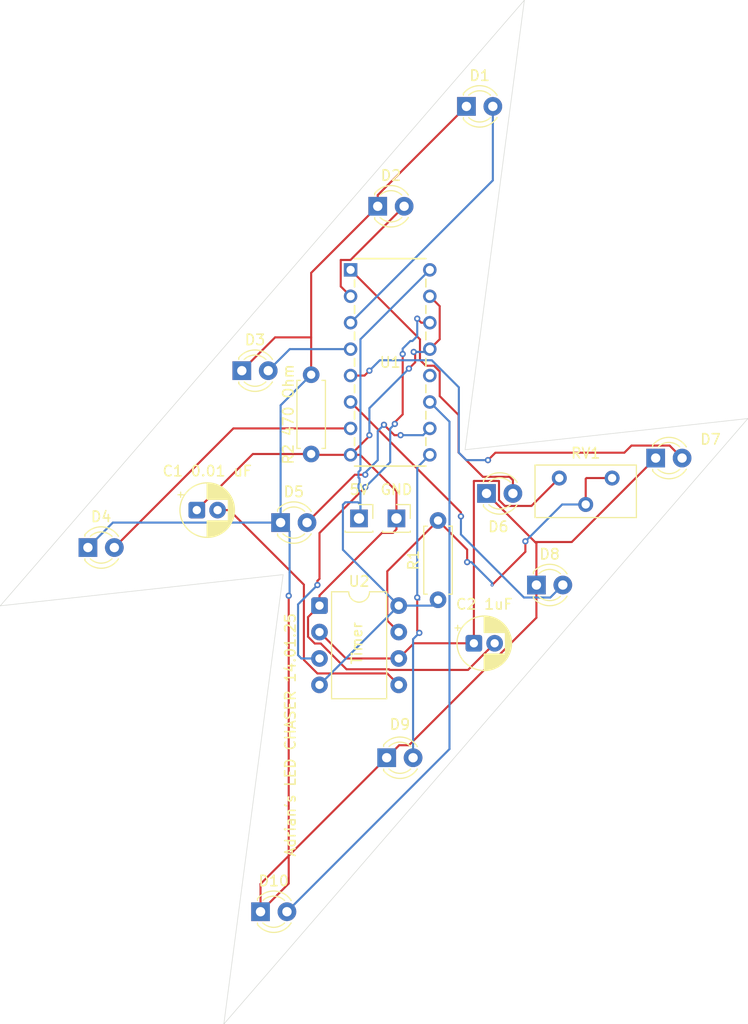
<source format=kicad_pcb>
(kicad_pcb (version 20241229) (generator "pcbnew") (generator_version "9.0")
  (layers (0 "F.Cu" signal) (2 "B.Cu" signal) (13 "F.Paste" user) (15 "B.Paste" user) (5 "F.SilkS" user "F.Silkscreen") (7 "B.SilkS" user "B.Silkscreen") (1 "F.Mask" user) (3 "B.Mask" user) (25 "Edge.Cuts" user))
  (net 0 "")
  (net 1 "Net-(U2-CV)")
  (net 2 "GND")
  (net 3 "TR")
  (net 4 "Net-(D1-K)")
  (net 5 "Net-(D1-A)")
  (net 6 "Net-(D2-A)")
  (net 7 "Net-(D3-A)")
  (net 8 "Net-(D4-A)")
  (net 9 "Net-(D5-A)")
  (net 10 "Net-(D6-A)")
  (net 11 "Net-(D7-A)")
  (net 12 "Net-(D8-A)")
  (net 13 "Net-(D9-A)")
  (net 14 "Net-(D10-A)")
  (net 15 "Net-(U2-DIS)")
  (net 16 "+5v")
  (net 18 "OUT")
  (footprint "Resistor_THT:R_Axial_DIN0207_L6.3mm_D2.5mm_P7.62mm_Horizontal" (layer "F.Cu") (at 161.2 119.62 90)
    (property "Reference" "R1" (at 3.81 -2.37 90) (layer "F.SilkS"))
    (property "Value" "1k")
    (pad "1" thru_hole circle (at 0 0 90) (size 1.6 1.6) (drill 0.8) (layers "*.Cu" "*.Mask") (net 16 "+5v"))
    (pad "2" thru_hole circle (at 7.62 0 90) (size 1.6 1.6) (drill 0.8) (layers "*.Cu" "*.Mask") (net 15 "Net-(U2-DIS)"))
  )
  (footprint "LED_THT:LED_D3.0mm" (layer "F.Cu") (at 142.33 97.6)
    (property "Reference" "D3" (at 1.27 -2.96 0) (layer "F.SilkS"))
    (property "Value" "LED")
    (pad "1" thru_hole rect (at 0 0) (size 1.8 1.8) (drill 0.9) (layers "*.Cu" "*.Mask") (net 4 "Net-(D1-K)"))
    (pad "2" thru_hole circle (at 2.54 0) (size 1.8 1.8) (drill 0.9) (layers "*.Cu" "*.Mask") (net 7 "Net-(D3-A)"))
  )
  (footprint "Capacitor_THT:CP_Radial_D5.0mm_P2.00mm" (layer "F.Cu") (at 138 111)
    (property "Reference" "C1 0.01 uF" (at 1 -3.75 0) (layer "F.SilkS"))
    (property "Value" "0.01 uF")
    (pad "1" thru_hole roundrect (at 0 0) (size 1.6 1.6) (drill 0.8) (layers "*.Cu" "*.Mask") (roundrect_rratio 0.15625) (net 2 "GND"))
    (pad "2" thru_hole circle (at 2 0) (size 1.6 1.6) (drill 0.8) (layers "*.Cu" "*.Mask") (net 1 "Net-(U2-CV)"))
  )
  (footprint "Potentiometer_THT:Potentiometer_Bourns_3296Y_Vertical" (layer "F.Cu") (at 177.94 107.92)
    (property "Reference" "RV1" (at -2.54 -2.39 0) (layer "F.SilkS"))
    (property "Value" "50K")
    (pad "1" thru_hole circle (at 0 0) (size 1.44 1.44) (drill 0.8) (layers "*.Cu" "*.Mask") (net 15 "Net-(U2-DIS)"))
    (pad "2" thru_hole circle (at -2.54 2.54) (size 1.44 1.44) (drill 0.8) (layers "*.Cu" "*.Mask") (net 15 "Net-(U2-DIS)"))
    (pad "3" thru_hole circle (at -5.08 0) (size 1.44 1.44) (drill 0.8) (layers "*.Cu" "*.Mask") (net 3 "TR"))
  )
  (footprint "Connector_PinSocket_2.54mm:PinSocket_1x01_P2.54mm_Vertical" (layer "F.Cu") (at 157.2 111.8)
    (property "Reference" "GND" (at 0 -2.77 0) (layer "F.SilkS"))
    (property "Value" "MountingHole_Pad" (hide yes))
    (pad "1" thru_hole rect (at 0 0) (size 1.7 1.7) (drill 1) (layers "*.Cu" "*.Mask") (net 2 "GND"))
  )
  (footprint "LED_THT:LED_D3.0mm" (layer "F.Cu") (at 182.13 106)
    (property "Reference" "D7" (at 5.27 -1.8 0) (layer "F.SilkS"))
    (property "Value" "LED")
    (pad "1" thru_hole rect (at 0 0) (size 1.8 1.8) (drill 0.9) (layers "*.Cu" "*.Mask") (net 4 "Net-(D1-K)"))
    (pad "2" thru_hole circle (at 2.54 0) (size 1.8 1.8) (drill 0.9) (layers "*.Cu" "*.Mask") (net 11 "Net-(D7-A)"))
  )
  (footprint "LED_THT:LED_D3.0mm" (layer "F.Cu") (at 165.86 109.4)
    (property "Reference" "D6" (at 1.14 3.2 0) (layer "F.SilkS"))
    (property "Value" "LED" (hide yes))
    (pad "1" thru_hole rect (at 0 0) (size 1.8 1.8) (drill 0.9) (layers "*.Cu" "*.Mask") (net 4 "Net-(D1-K)"))
    (pad "2" thru_hole circle (at 2.54 0) (size 1.8 1.8) (drill 0.9) (layers "*.Cu" "*.Mask") (net 10 "Net-(D6-A)"))
  )
  (footprint "Connector_PinSocket_2.54mm:PinSocket_1x01_P2.54mm_Vertical" (layer "F.Cu") (at 153.6 111.8)
    (property "Reference" "5V" (at 0 -2.77 0) (layer "F.SilkS"))
    (property "Value" "MountingHole_Pad" (hide yes))
    (pad "1" thru_hole rect (at 0 0) (size 1.7 1.7) (drill 1) (layers "*.Cu" "*.Mask") (net 16 "+5v"))
  )
  (footprint "LED_THT:LED_D3.0mm" (layer "F.Cu") (at 144.13 149.6)
    (property "Reference" "D10" (at 1.27 -2.96 0) (layer "F.SilkS"))
    (property "Value" "LED")
    (pad "1" thru_hole rect (at 0 0) (size 1.8 1.8) (drill 0.9) (layers "*.Cu" "*.Mask") (net 4 "Net-(D1-K)"))
    (pad "2" thru_hole circle (at 2.54 0) (size 1.8 1.8) (drill 0.9) (layers "*.Cu" "*.Mask") (net 14 "Net-(D10-A)"))
  )
  (footprint "LED_THT:LED_D3.0mm" (layer "F.Cu") (at 146.06 112.2)
    (property "Reference" "D5" (at 1.27 -2.96 0) (layer "F.SilkS"))
    (property "Value" "LED")
    (pad "1" thru_hole rect (at 0 0) (size 1.8 1.8) (drill 0.9) (layers "*.Cu" "*.Mask") (net 4 "Net-(D1-K)"))
    (pad "2" thru_hole circle (at 2.54 0) (size 1.8 1.8) (drill 0.9) (layers "*.Cu" "*.Mask") (net 9 "Net-(D5-A)"))
  )
  (footprint "LED_THT:LED_D3.0mm" (layer "F.Cu") (at 156.26 134.8)
    (property "Reference" "D9" (at 1.27 -3.2 0) (layer "F.SilkS"))
    (property "Value" "LED")
    (pad "1" thru_hole rect (at 0 0) (size 1.8 1.8) (drill 0.9) (layers "*.Cu" "*.Mask") (net 4 "Net-(D1-K)"))
    (pad "2" thru_hole circle (at 2.54 0) (size 1.8 1.8) (drill 0.9) (layers "*.Cu" "*.Mask") (net 13 "Net-(D9-A)"))
  )
  (footprint "LED_THT:LED_D3.0mm" (layer "F.Cu") (at 127.53 114.6)
    (property "Reference" "D4" (at 1.27 -2.96 0) (layer "F.SilkS"))
    (property "Value" "LED")
    (pad "1" thru_hole rect (at 0 0) (size 1.8 1.8) (drill 0.9) (layers "*.Cu" "*.Mask") (net 4 "Net-(D1-K)"))
    (pad "2" thru_hole circle (at 2.54 0) (size 1.8 1.8) (drill 0.9) (layers "*.Cu" "*.Mask") (net 8 "Net-(D4-A)"))
  )
  (footprint "Capacitor_THT:CP_Radial_D5.0mm_P2.00mm" (layer "F.Cu") (at 164.644888 123.8)
    (property "Reference" "C2 1uF" (at 1 -3.75 0) (layer "F.SilkS"))
    (property "Value" "1 uF")
    (pad "1" thru_hole roundrect (at 0 0) (size 1.6 1.6) (drill 0.8) (layers "*.Cu" "*.Mask") (roundrect_rratio 0.15625) (net 3 "TR"))
    (pad "2" thru_hole circle (at 2 0) (size 1.6 1.6) (drill 0.8) (layers "*.Cu" "*.Mask") (net 2 "GND"))
  )
  (footprint "Resistor_THT:R_Axial_DIN0207_L6.3mm_D2.5mm_P7.62mm_Horizontal" (layer "F.Cu") (at 149 97.99 -90)
    (property "Reference" "R2 470 Ohm" (at 3.81 2.2 90) (layer "F.SilkS"))
    (property "Value" "470")
    (pad "1" thru_hole circle (at 0 0 270) (size 1.6 1.6) (drill 0.8) (layers "*.Cu" "*.Mask") (net 4 "Net-(D1-K)"))
    (pad "2" thru_hole circle (at 7.62 0 270) (size 1.6 1.6) (drill 0.8) (layers "*.Cu" "*.Mask") (net 2 "GND"))
  )
  (footprint "LED_THT:LED_D3.0mm" (layer "F.Cu") (at 155.4 81.8)
    (property "Reference" "D2" (at 1.27 -2.96 0) (layer "F.SilkS"))
    (property "Value" "LED")
    (pad "1" thru_hole rect (at 0 0) (size 1.8 1.8) (drill 0.9) (layers "*.Cu" "*.Mask") (net 4 "Net-(D1-K)"))
    (pad "2" thru_hole circle (at 2.54 0) (size 1.8 1.8) (drill 0.9) (layers "*.Cu" "*.Mask") (net 6 "Net-(D2-A)"))
  )
  (footprint "Package_DIP:DIP-8_W7.62mm" (layer "F.Cu") (at 149.8 120.18)
    (property "Reference" "U2" (at 3.81 -2.33 0) (layer "F.SilkS"))
    (property "Value" "NE555P")
    (pad "1" thru_hole roundrect (at 0 0) (size 1.6 1.6) (drill 0.8) (layers "*.Cu" "*.Mask") (roundrect_rratio 0.15625) (net 2 "GND"))
    (pad "2" thru_hole circle (at 0 2.54) (size 1.6 1.6) (drill 0.8) (layers "*.Cu" "*.Mask") (net 3 "TR"))
    (pad "3" thru_hole circle (at 0 5.08) (size 1.6 1.6) (drill 0.8) (layers "*.Cu" "*.Mask") (net 18 "OUT"))
    (pad "4" thru_hole circle (at 0 7.62) (size 1.6 1.6) (drill 0.8) (layers "*.Cu" "*.Mask") (net 16 "+5v"))
    (pad "5" thru_hole circle (at 7.62 7.62) (size 1.6 1.6) (drill 0.8) (layers "*.Cu" "*.Mask") (net 1 "Net-(U2-CV)"))
    (pad "6" thru_hole circle (at 7.62 5.08) (size 1.6 1.6) (drill 0.8) (layers "*.Cu" "*.Mask") (net 3 "TR"))
    (pad "7" thru_hole circle (at 7.62 2.54) (size 1.6 1.6) (drill 0.8) (layers "*.Cu" "*.Mask") (net 15 "Net-(U2-DIS)"))
    (pad "8" thru_hole circle (at 7.62 0) (size 1.6 1.6) (drill 0.8) (layers "*.Cu" "*.Mask") (net 16 "+5v"))
  )
  (footprint "LED_THT:LED_D3.0mm" (layer "F.Cu") (at 163.93 72.2)
    (property "Reference" "D1" (at 1.27 -2.96 0) (layer "F.SilkS"))
    (property "Value" "LED")
    (pad "1" thru_hole rect (at 0 0) (size 1.8 1.8) (drill 0.9) (layers "*.Cu" "*.Mask") (net 4 "Net-(D1-K)"))
    (pad "2" thru_hole circle (at 2.54 0) (size 1.8 1.8) (drill 0.9) (layers "*.Cu" "*.Mask") (net 5 "Net-(D1-A)"))
  )
  (footprint "IC:N16" (layer "F.Cu") (at 152.79 87.91)
    (property "Reference" "U1" (at 3.81 8.89 0) (layer "F.SilkS"))
    (property "Value" "4017")
    (pad "1" thru_hole rect (at 0 0) (size 1.2954 1.2954) (drill 0.7874) (layers "*.Cu" "*.Mask") (net 10 "Net-(D6-A)"))
    (pad "2" thru_hole circle (at 0 2.54) (size 1.2954 1.2954) (drill 0.7874) (layers "*.Cu" "*.Mask") (net 6 "Net-(D2-A)"))
    (pad "3" thru_hole circle (at 0 5.08) (size 1.2954 1.2954) (drill 0.7874) (layers "*.Cu" "*.Mask") (net 5 "Net-(D1-A)"))
    (pad "4" thru_hole circle (at 0 7.62) (size 1.2954 1.2954) (drill 0.7874) (layers "*.Cu" "*.Mask") (net 7 "Net-(D3-A)"))
    (pad "5" thru_hole circle (at 0 10.16) (size 1.2954 1.2954) (drill 0.7874) (layers "*.Cu" "*.Mask") (net 11 "Net-(D7-A)"))
    (pad "6" thru_hole circle (at 0 12.7) (size 1.2954 1.2954) (drill 0.7874) (layers "*.Cu" "*.Mask") (net 12 "Net-(D8-A)"))
    (pad "7" thru_hole circle (at 0 15.24) (size 1.2954 1.2954) (drill 0.7874) (layers "*.Cu" "*.Mask") (net 8 "Net-(D4-A)"))
    (pad "8" thru_hole circle (at 0 17.78) (size 1.2954 1.2954) (drill 0.7874) (layers "*.Cu" "*.Mask") (net 2 "GND"))
    (pad "9" thru_hole circle (at 7.62 17.78) (size 1.2954 1.2954) (drill 0.7874) (layers "*.Cu" "*.Mask") (net 13 "Net-(D9-A)"))
    (pad "10" thru_hole circle (at 7.62 15.24) (size 1.2954 1.2954) (drill 0.7874) (layers "*.Cu" "*.Mask") (net 9 "Net-(D5-A)"))
    (pad "11" thru_hole circle (at 7.62 12.7) (size 1.2954 1.2954) (drill 0.7874) (layers "*.Cu" "*.Mask") (net 14 "Net-(D10-A)"))
    (pad "12" thru_hole circle (at 7.62 10.16) (size 1.2954 1.2954) (drill 0.7874) (layers "*.Cu" "*.Mask"))
    (pad "13" thru_hole circle (at 7.62 7.62) (size 1.2954 1.2954) (drill 0.7874) (layers "*.Cu" "*.Mask") (net 2 "GND"))
    (pad "14" thru_hole circle (at 7.62 5.08) (size 1.2954 1.2954) (drill 0.7874) (layers "*.Cu" "*.Mask") (net 18 "OUT"))
    (pad "15" thru_hole circle (at 7.62 2.54) (size 1.2954 1.2954) (drill 0.7874) (layers "*.Cu" "*.Mask") (net 2 "GND"))
    (pad "16" thru_hole circle (at 7.62 0) (size 1.2954 1.2954) (drill 0.7874) (layers "*.Cu" "*.Mask") (net 16 "+5v"))
  )
  (footprint "LED_THT:LED_D3.0mm" (layer "F.Cu") (at 170.66 118.2)
    (property "Reference" "D8" (at 1.27 -2.96 0) (layer "F.SilkS"))
    (property "Value" "LED")
    (pad "1" thru_hole rect (at 0 0) (size 1.8 1.8) (drill 0.9) (layers "*.Cu" "*.Mask") (net 4 "Net-(D1-K)"))
    (pad "2" thru_hole circle (at 2.54 0) (size 1.8 1.8) (drill 0.9) (layers "*.Cu" "*.Mask") (net 12 "Net-(D8-A)"))
  )
  (gr_line (start 191 102.2) (end 163.8 105.2) (stroke (width 0.05)) (layer "Edge.Cuts"))
  (gr_line (start 146.3 117.2) (end 140.6 160.4) (stroke (width 0.05)) (layer "Edge.Cuts"))
  (gr_line (start 140.6 160.4) (end 191 102.2) (stroke (width 0.05)) (layer "Edge.Cuts"))
  (gr_line (start 163.8 105.2) (end 169.5 62) (stroke (width 0.05)) (layer "Edge.Cuts"))
  (gr_line (start 119.1 120.2) (end 146.3 117.2) (stroke (width 0.05)) (layer "Edge.Cuts"))
  (gr_line (start 169.5 62) (end 119.1 120.2) (stroke (width 0.05)) (layer "Edge.Cuts"))
  (gr_text "Adrian's LED CHASER 14.01.25\n\n" (at 147.8 132.6 90) (layer "F.SilkS") (effects (font (size 1 1))))
  (gr_text "Timer\n" (at 153.4 123.8 90) (layer "F.SilkS") (effects (font (size 1 1))))
  (segment (start 149.6 126.699) (end 156.319 126.699) (width 0.2) (layer "F.Cu") (net 1))
  (segment (start 140 111) (end 141.13137 111) (width 0.2) (layer "F.Cu") (net 1))
  (segment (start 148.298 125.397) (end 149.6 126.699) (width 0.2) (layer "F.Cu") (net 1))
  (segment (start 148.298 118.16663) (end 148.298 125.397) (width 0.2) (layer "F.Cu") (net 1))
  (segment (start 141.13137 111) (end 148.298 118.16663) (width 0.2) (layer "F.Cu") (net 1))
  (segment (start 156.319 126.699) (end 157.42 127.8) (width 0.2) (layer "F.Cu") (net 1))
  (segment (start 148.699 123.17605) (end 148.699 121.281) (width 0.2) (layer "F.Cu") (net 2))
  (segment (start 152.79 105.69) (end 154.6 103.88) (width 0.2) (layer "F.Cu") (net 2))
  (segment (start 154.6 103.88) (end 154.6 103.8) (width 0.2) (layer "F.Cu") (net 2))
  (segment (start 138 111) (end 143.39 105.61) (width 0.2) (layer "F.Cu") (net 2))
  (segment (start 143.39 105.61) (end 149 105.61) (width 0.2) (layer "F.Cu") (net 2))
  (segment (start 152.79 105.69) (end 149.08 105.69) (width 0.2) (layer "F.Cu") (net 2))
  (segment (start 158.4 97.4) (end 159 96.8) (width 0.2) (layer "F.Cu") (net 2))
  (segment (start 152.39605 126.299) (end 149.91805 123.821) (width 0.2) (layer "F.Cu") (net 2))
  (segment (start 166.644888 123.8) (end 164.083888 126.361) (width 0.2) (layer "F.Cu") (net 2))
  (segment (start 153.705986 105.69) (end 152.79 105.69) (width 0.2) (layer "F.Cu") (net 2))
  (segment (start 160.41 90.45) (end 161.3587 91.3987) (width 0.2) (layer "F.Cu") (net 2))
  (segment (start 157.2 109.184014) (end 153.705986 105.69) (width 0.2) (layer "F.Cu") (net 2))
  (segment (start 157.2 111.8) (end 157.2 112.85) (width 0.2) (layer "F.Cu") (net 2))
  (segment (start 149.91805 123.821) (end 149.34395 123.821) (width 0.2) (layer "F.Cu") (net 2))
  (segment (start 159 95.8) (end 158.8613 95.8) (width 0.2) (layer "F.Cu") (net 2))
  (segment (start 159 96.8) (end 159 95.8) (width 0.2) (layer "F.Cu") (net 2))
  (segment (start 149.08 105.69) (end 149 105.61) (width 0.2) (layer "F.Cu") (net 2))
  (segment (start 155.807537 113.192463) (end 149.8 119.2) (width 0.2) (layer "F.Cu") (net 2))
  (segment (start 164.083888 126.361) (end 156.546685 126.361) (width 0.2) (layer "F.Cu") (net 2))
  (segment (start 148.699 121.281) (end 149.8 120.18) (width 0.2) (layer "F.Cu") (net 2))
  (segment (start 157.2 112.85) (end 156.857537 113.192463) (width 0.2) (layer "F.Cu") (net 2))
  (segment (start 156.546685 126.361) (end 156.484685 126.299) (width 0.2) (layer "F.Cu") (net 2))
  (segment (start 156.484685 126.299) (end 152.39605 126.299) (width 0.2) (layer "F.Cu") (net 2))
  (segment (start 149.34395 123.821) (end 148.699 123.17605) (width 0.2) (layer "F.Cu") (net 2))
  (segment (start 161.3587 94.5813) (end 160.41 95.53) (width 0.2) (layer "F.Cu") (net 2))
  (segment (start 157.2 111.8) (end 157.2 109.184014) (width 0.2) (layer "F.Cu") (net 2))
  (segment (start 161.3587 91.3987) (end 161.3587 94.5813) (width 0.2) (layer "F.Cu") (net 2))
  (segment (start 149.8 119.2) (end 149.8 120.18) (width 0.2) (layer "F.Cu") (net 2))
  (segment (start 156.857537 113.192463) (end 155.807537 113.192463) (width 0.2) (layer "F.Cu") (net 2))
  (via (at 158.4 97.4) (size 0.6) (drill 0.3) (layers "F.Cu" "B.Cu") (net 2))
  (via (at 154.6 103.8) (size 0.6) (drill 0.3) (layers "F.Cu" "B.Cu") (net 2))
  (via (at 158.8613 95.8) (size 0.6) (drill 0.3) (layers "F.Cu" "B.Cu") (net 2))
  (segment (start 154.6 103.8) (end 154.6 101.2) (width 0.2) (layer "B.Cu") (net 2))
  (segment (start 160.14 95.8) (end 160.41 95.53) (width 0.2) (layer "B.Cu") (net 2))
  (segment (start 154.6 101.2) (end 158.4 97.4) (width 0.2) (layer "B.Cu") (net 2))
  (segment (start 158.8613 95.8) (end 160.14 95.8) (width 0.2) (layer "B.Cu") (net 2))
  (segment (start 164.644888 123.8) (end 158.88 123.8) (width 0.2) (layer "F.Cu") (net 3))
  (segment (start 167.061 108.199) (end 164.659 108.199) (width 0.2) (layer "F.Cu") (net 3))
  (segment (start 158.88 123.8) (end 157.42 125.26) (width 0.2) (layer "F.Cu") (net 3))
  (segment (start 164.644888 108.213112) (end 164.644888 123.8) (width 0.2) (layer "F.Cu") (net 3))
  (segment (start 167.625686 110.6) (end 167.061 110.035314) (width 0.2) (layer "F.Cu") (net 3))
  (segment (start 157.42 125.26) (end 152.34 125.26) (width 0.2) (layer "F.Cu") (net 3))
  (segment (start 164.659 108.199) (end 164.644888 108.213112) (width 0.2) (layer "F.Cu") (net 3))
  (segment (start 152.34 125.26) (end 149.8 122.72) (width 0.2) (layer "F.Cu") (net 3))
  (segment (start 172.86 107.92) (end 170.18 110.6) (width 0.2) (layer "F.Cu") (net 3))
  (segment (start 170.18 110.6) (end 167.625686 110.6) (width 0.2) (layer "F.Cu") (net 3))
  (segment (start 167.061 110.035314) (end 167.061 108.199) (width 0.2) (layer "F.Cu") (net 3))
  (segment (start 163.93 72.2) (end 155.4 80.73) (width 0.2) (layer "F.Cu") (net 4))
  (segment (start 170.53 114.07) (end 165.86 109.4) (width 0.2) (layer "F.Cu") (net 4))
  (segment (start 174.06 114.07) (end 170.53 114.07) (width 0.2) (layer "F.Cu") (net 4))
  (segment (start 170.66 118.2) (end 170.66 121.341938) (width 0.2) (layer "F.Cu") (net 4))
  (segment (start 155.4 80.73) (end 155.4 81.8) (width 0.2) (layer "F.Cu") (net 4))
  (segment (start 170.66 114.2) (end 170.53 114.07) (width 0.2) (layer "F.Cu") (net 4))
  (segment (start 155.4 81.8) (end 149 88.2) (width 0.2) (layer "F.Cu") (net 4))
  (segment (start 149 94.4) (end 149 97.99) (width 0.2) (layer "F.Cu") (net 4))
  (segment (start 145.53 94.4) (end 149 94.4) (width 0.2) (layer "F.Cu") (net 4))
  (segment (start 144.13 149.6) (end 146.838886 146.891114) (width 0.2) (layer "F.Cu") (net 4))
  (segment (start 182.13 106) (end 174.06 114.07) (width 0.2) (layer "F.Cu") (net 4))
  (segment (start 170.66 121.341938) (end 158.402938 133.599) (width 0.2) (layer "F.Cu") (net 4))
  (segment (start 157.461 133.599) (end 156.26 134.8) (width 0.2) (layer "F.Cu") (net 4))
  (segment (start 146.838886 146.891114) (end 146.838886 119.23152) (width 0.2) (layer "F.Cu") (net 4))
  (segment (start 142.33 97.6) (end 145.53 94.4) (width 0.2) (layer "F.Cu") (net 4))
  (segment (start 170.66 118.2) (end 170.66 114.2) (width 0.2) (layer "F.Cu") (net 4))
  (segment (start 144.13 146.93) (end 156.26 134.8) (width 0.2) (layer "F.Cu") (net 4))
  (segment (start 158.402938 133.599) (end 157.461 133.599) (width 0.2) (layer "F.Cu") (net 4))
  (segment (start 144.13 149.6) (end 144.13 146.93) (width 0.2) (layer "F.Cu") (net 4))
  (segment (start 149 88.2) (end 149 94.4) (width 0.2) (layer "F.Cu") (net 4))
  (via (at 146.838886 119.23152) (size 0.6) (drill 0.3) (layers "F.Cu" "B.Cu") (net 4))
  (segment (start 146.838886 119.23152) (end 146.924668 119.145738) (width 0.2) (layer "B.Cu") (net 4))
  (segment (start 146.06 100.93) (end 146.06 112.2) (width 0.2) (layer "B.Cu") (net 4))
  (segment (start 127.53 114.6) (end 129.93 112.2) (width 0.2) (layer "B.Cu") (net 4))
  (segment (start 146.924668 119.145738) (end 146.924668 113.064668) (width 0.2) (layer "B.Cu") (net 4))
  (segment (start 129.93 112.2) (end 146.06 112.2) (width 0.2) (layer "B.Cu") (net 4))
  (segment (start 149 97.99) (end 146.06 100.93) (width 0.2) (layer "B.Cu") (net 4))
  (segment (start 146.924668 113.064668) (end 146.06 112.2) (width 0.2) (layer "B.Cu") (net 4))
  (segment (start 166.47 79.31) (end 152.79 92.99) (width 0.2) (layer "B.Cu") (net 5))
  (segment (start 166.47 72.2) (end 166.47 79.31) (width 0.2) (layer "B.Cu") (net 5))
  (segment (start 152.7787 86.9613) (end 157.94 81.8) (width 0.2) (layer "F.Cu") (net 6))
  (segment (start 151.8413 86.9613) (end 152.7787 86.9613) (width 0.2) (layer "F.Cu") (net 6))
  (segment (start 152.79 90.45) (end 151.8413 89.5013) (width 0.2) (layer "F.Cu") (net 6))
  (segment (start 151.8413 89.5013) (end 151.8413 86.9613) (width 0.2) (layer "F.Cu") (net 6))
  (segment (start 146.94 95.53) (end 144.87 97.6) (width 0.2) (layer "B.Cu") (net 7))
  (segment (start 152.79 95.53) (end 146.94 95.53) (width 0.2) (layer "B.Cu") (net 7))
  (segment (start 130.07 114.6) (end 141.52 103.15) (width 0.2) (layer "F.Cu") (net 8))
  (segment (start 141.52 103.15) (end 152.79 103.15) (width 0.2) (layer "F.Cu") (net 8))
  (segment (start 157.6 103.8) (end 157 103.8) (width 0.2) (layer "F.Cu") (net 9))
  (segment (start 153.2 107.6) (end 148.6 112.2) (width 0.2) (layer "F.Cu") (net 9))
  (segment (start 156 102.8) (end 157 103.8) (width 0.2) (layer "F.Cu") (net 9))
  (segment (start 154.2 107.6) (end 153.2 107.6) (width 0.2) (layer "F.Cu") (net 9))
  (via (at 154.2 107.6) (size 0.6) (drill 0.3) (layers "F.Cu" "B.Cu") (net 9))
  (via (at 156 102.8) (size 0.6) (drill 0.3) (layers "F.Cu" "B.Cu") (net 9))
  (via (at 157.6 103.8) (size 0.6) (drill 0.3) (layers "F.Cu" "B.Cu") (net 9))
  (segment (start 159.76 103.8) (end 157.6 103.8) (width 0.2) (layer "B.Cu") (net 9))
  (segment (start 155 106.6) (end 154.2 107.4) (width 0.2) (layer "B.Cu") (net 9))
  (segment (start 155.4 103.4) (end 155.4 106.2) (width 0.2) (layer "B.Cu") (net 9))
  (segment (start 155.4 106.2) (end 155 106.6) (width 0.2) (layer "B.Cu") (net 9))
  (segment (start 156 102.8) (end 155.4 103.4) (width 0.2) (layer "B.Cu") (net 9))
  (segment (start 160.41 103.15) (end 159.76 103.8) (width 0.2) (layer "B.Cu") (net 9))
  (segment (start 154.2 107.4) (end 154.2 107.6) (width 0.2) (layer "B.Cu") (net 9))
  (segment (start 161.3587 100.04327) (end 163.1716 101.85617) (width 0.2) (layer "F.Cu") (net 10))
  (segment (start 160.017035 97.1213) (end 160.802965 97.1213) (width 0.2) (layer "F.Cu") (net 10))
  (segment (start 160.802965 97.1213) (end 161.3587 97.677035) (width 0.2) (layer "F.Cu") (net 10))
  (segment (start 152.79 87.91) (end 159.4613 94.5813) (width 0.2) (layer "F.Cu") (net 10))
  (segment (start 163.1716 105.460292) (end 165.510308 107.799) (width 0.2) (layer "F.Cu") (net 10))
  (segment (start 165.510308 107.799) (end 168.071792 107.799) (width 0.2) (layer "F.Cu") (net 10))
  (segment (start 159.4613 94.5813) (end 159.4613 96.565565) (width 0.2) (layer "F.Cu") (net 10))
  (segment (start 159.4613 96.565565) (end 160.017035 97.1213) (width 0.2) (layer "F.Cu") (net 10))
  (segment (start 168.071792 107.799) (end 168.4 108.127208) (width 0.2) (layer "F.Cu") (net 10))
  (segment (start 168.4 108.127208) (end 168.4 109.4) (width 0.2) (layer "F.Cu") (net 10))
  (segment (start 163.1716 101.85617) (end 163.1716 105.460292) (width 0.2) (layer "F.Cu") (net 10))
  (segment (start 161.3587 97.677035) (end 161.3587 100.04327) (width 0.2) (layer "F.Cu") (net 10))
  (segment (start 166.717095 105.482905) (end 166 106.2) (width 0.2) (layer "F.Cu") (net 11))
  (segment (start 184.67 106) (end 183.469 104.799) (width 0.2) (layer "F.Cu") (net 11))
  (segment (start 183.469 104.799) (end 179.801 104.799) (width 0.2) (layer "F.Cu") (net 11))
  (segment (start 179.117095 105.482905) (end 166.717095 105.482905) (width 0.2) (layer "F.Cu") (net 11))
  (segment (start 179.801 104.799) (end 179.117095 105.482905) (width 0.2) (layer "F.Cu") (net 11))
  (segment (start 154.13 98.07) (end 152.79 98.07) (width 0.2) (layer "F.Cu") (net 11))
  (segment (start 154.6 97.6) (end 154.13 98.07) (width 0.2) (layer "F.Cu") (net 11))
  (via (at 166 106.2) (size 0.6) (drill 0.3) (layers "F.Cu" "B.Cu") (net 11))
  (via (at 154.6 97.6) (size 0.6) (drill 0.3) (layers "F.Cu" "B.Cu") (net 11))
  (segment (start 163.2 105.483415) (end 163.2 99.2) (width 0.2) (layer "B.Cu") (net 11))
  (segment (start 166 106.2) (end 163.916585 106.2) (width 0.2) (layer "B.Cu") (net 11))
  (segment (start 155.6 96.6) (end 154.6 97.6) (width 0.2) (layer "B.Cu") (net 11))
  (segment (start 160.6 96.6) (end 155.6 96.6) (width 0.2) (layer "B.Cu") (net 11))
  (segment (start 163.916585 106.2) (end 163.2 105.483415) (width 0.2) (layer "B.Cu") (net 11))
  (segment (start 163.2 99.2) (end 160.6 96.6) (width 0.2) (layer "B.Cu") (net 11))
  (segment (start 152.79 100.61) (end 163.4 111.22) (width 0.2) (layer "F.Cu") (net 12))
  (segment (start 163.4 111.22) (end 163.4 111.6) (width 0.2) (layer "F.Cu") (net 12))
  (via (at 163.4 111.6) (size 0.6) (drill 0.3) (layers "F.Cu" "B.Cu") (net 12))
  (segment (start 163.4 113.342) (end 169.459 119.401) (width 0.2) (layer "B.Cu") (net 12))
  (segment (start 169.459 119.401) (end 171.999 119.401) (width 0.2) (layer "B.Cu") (net 12))
  (segment (start 171.999 119.401) (end 173.2 118.2) (width 0.2) (layer "B.Cu") (net 12))
  (segment (start 163.4 111.6) (end 163.4 113.342) (width 0.2) (layer "B.Cu") (net 12))
  (segment (start 159.2 122.6) (end 159.2 119.4) (width 0.2) (layer "F.Cu") (net 13))
  (segment (start 159.4 122.8) (end 159.2 122.6) (width 0.2) (layer "F.Cu") (net 13))
  (via (at 159.2 119.4) (size 0.6) (drill 0.3) (layers "F.Cu" "B.Cu") (net 13))
  (via (at 159.4 122.8) (size 0.6) (drill 0.3) (layers "F.Cu" "B.Cu") (net 13))
  (segment (start 159.4 122.8) (end 158.8 123.4) (width 0.2) (layer "B.Cu") (net 13))
  (segment (start 159.2 106.9) (end 159.2 119.4) (width 0.2) (layer "B.Cu") (net 13))
  (segment (start 158.8 123.4) (end 158.8 134.8) (width 0.2) (layer "B.Cu") (net 13))
  (segment (start 159.2 119.4) (end 159.4 119.6) (width 0.2) (layer "B.Cu") (net 13))
  (segment (start 160.41 105.69) (end 159.2 106.9) (width 0.2) (layer "B.Cu") (net 13))
  (segment (start 162.301 102.501) (end 160.41 100.61) (width 0.2) (layer "B.Cu") (net 14))
  (segment (start 146.67 149.6) (end 162.301 133.969) (width 0.2) (layer "B.Cu") (net 14))
  (segment (start 162.301 133.969) (end 162.301 102.501) (width 0.2) (layer "B.Cu") (net 14))
  (segment (start 161.2 112) (end 156.319 116.881) (width 0.2) (layer "F.Cu") (net 15))
  (segment (start 161.2 112) (end 164 114.8) (width 0.2) (layer "F.Cu") (net 15))
  (segment (start 175.4 108) (end 175.4 110.46) (width 0.2) (layer "F.Cu") (net 15))
  (segment (start 156.319 121.619) (end 157.42 122.72) (width 0.2) (layer "F.Cu") (net 15))
  (segment (start 169.6 115) (end 169.6 113.8) (width 0.2) (layer "F.Cu") (net 15))
  (segment (start 166.4 118.2) (end 169.6 115) (width 0.2) (layer "F.Cu") (net 15))
  (segment (start 164 115.6) (end 164 116) (width 0.2) (layer "F.Cu") (net 15))
  (segment (start 164 114.8) (end 164 115.6) (width 0.2) (layer "F.Cu") (net 15))
  (segment (start 175.48 107.92) (end 175.4 108) (width 0.2) (layer "F.Cu") (net 15))
  (segment (start 156.319 116.881) (end 156.319 121.619) (width 0.2) (layer "F.Cu") (net 15))
  (segment (start 177.94 107.92) (end 175.48 107.92) (width 0.2) (layer "F.Cu") (net 15))
  (via micro (at 166.4 118.2) (size 0.3) (drill 0.1) (layers "F.Cu" "B.Cu") (net 15))
  (via (at 169.6 114) (size 0.6) (drill 0.3) (layers "F.Cu" "B.Cu") (net 15))
  (via (at 164 116) (size 0.6) (drill 0.3) (layers "F.Cu" "B.Cu") (net 15))
  (segment (start 164.4 116) (end 166.2 117.8) (width 0.2) (layer "B.Cu") (net 15))
  (segment (start 173.14 110.46) (end 175.4 110.46) (width 0.2) (layer "B.Cu") (net 15))
  (segment (start 166.2 117.8) (end 166.4 118) (width 0.2) (layer "B.Cu") (net 15))
  (segment (start 169.6 114) (end 173.14 110.46) (width 0.2) (layer "B.Cu") (net 15))
  (segment (start 164 116) (end 164.4 116) (width 0.2) (layer "B.Cu") (net 15))
  (segment (start 166.4 118) (end 166.4 118.2) (width 0.2) (layer "B.Cu") (net 15))
  (segment (start 153.55 107.330761) (end 153.55 107.869239) (width 0.2) (layer "B.Cu") (net 16))
  (segment (start 153.55 108.530761) (end 153.55 109.069239) (width 0.2) (layer "B.Cu") (net 16))
  (segment (start 160.41 87.91) (end 153.7377 94.5823) (width 0.2) (layer "B.Cu") (net 16))
  (segment (start 152.283315 110.249) (end 152.049 110.483315) (width 0.2) (layer "B.Cu") (net 16))
  (segment (start 152.049 110.483315) (end 152.049 114.809) (width 0.2) (layer "B.Cu") (net 16))
  (segment (start 157.42 120.18) (end 160.64 120.18) (width 0.2) (layer "B.Cu") (net 16))
  (segment (start 153.55 109.069239) (end 153.7377 109.256939) (width 0.2) (layer "B.Cu") (net 16))
  (segment (start 153.7357 110.483315) (end 153.501385 110.249) (width 0.2) (layer "B.Cu") (net 16))
  (segment (start 153.7377 109.256939) (end 153.7377 111.6623) (width 0.2) (layer "B.Cu") (net 16))
  (segment (start 153.501385 110.249) (end 152.283315 110.249) (width 0.2) (layer "B.Cu") (net 16))
  (segment (start 149.8 127.8) (end 157.42 120.18) (width 0.2) (layer "B.Cu") (net 16))
  (segment (start 152.049 114.809) (end 157.42 120.18) (width 0.2) (layer "B.Cu") (net 16))
  (segment (start 153.65 107.969239) (end 153.65 108.430761) (width 0.2) (layer "B.Cu") (net 16))
  (segment (start 153.55 107.869239) (end 153.65 107.969239) (width 0.2) (layer "B.Cu") (net 16))
  (segment (start 153.7377 107.143061) (end 153.55 107.330761) (width 0.2) (layer "B.Cu") (net 16))
  (segment (start 153.7377 111.6623) (end 153.6 111.8) (width 0.2) (layer "B.Cu") (net 16))
  (segment (start 153.7377 94.5823) (end 153.7377 107.143061) (width 0.2) (layer "B.Cu") (net 16))
  (segment (start 160.64 120.18) (end 161.2 119.62) (width 0.2) (layer "B.Cu") (net 16))
  (segment (start 153.65 108.430761) (end 153.55 108.530761) (width 0.2) (layer "B.Cu") (net 16))
  (segment (start 153.7357 111.6643) (end 153.7357 110.483315) (width 0.2) (layer "B.Cu") (net 16))
  (segment (start 153.6 111.8) (end 153.7357 111.6643) (width 0.2) (layer "B.Cu") (net 16))
  (segment (start 160.41 92.99) (end 159.59 92.99) (width 0.2) (layer "F.Cu") (net 18))
  (segment (start 157.8 101.8) (end 157.0446 102.5554) (width 0.2) (layer "F.Cu") (net 18))
  (segment (start 159.59 92.99) (end 159.2 92.6) (width 0.2) (layer "F.Cu") (net 18))
  (segment (start 157.8 96) (end 157.8 101.8) (width 0.2) (layer "F.Cu") (net 18))
  (segment (start 149.6 117.8) (end 149.6 118.2) (width 0.2) (layer "F.Cu") (net 18))
  (segment (start 154.2 108.8) (end 149.8 113.2) (width 0.2) (layer "F.Cu") (net 18))
  (segment (start 157.0446 102.5554) (end 157.0446 102.716385) (width 0.2) (layer "F.Cu") (net 18))
  (segment (start 149.8 117.6) (end 149.6 117.8) (width 0.2) (layer "F.Cu") (net 18))
  (segment (start 149.8 113.2) (end 149.8 117.6) (width 0.2) (layer "F.Cu") (net 18))
  (via (at 149.6 118.2) (size 0.6) (drill 0.3) (layers "F.Cu" "B.Cu") (net 18))
  (via (at 157.8 96) (size 0.6) (drill 0.3) (layers "F.Cu" "B.Cu") (net 18))
  (via (at 159.2 92.6) (size 0.6) (drill 0.3) (layers "F.Cu" "B.Cu") (net 18))
  (via (at 154.2 108.8) (size 0.6) (drill 0.3) (layers "F.Cu" "B.Cu") (net 18))
  (via (at 157.0446 102.716385) (size 0.6) (drill 0.3) (layers "F.Cu" "B.Cu") (net 18))
  (segment (start 159.2 94.280761) (end 158.730761 94.75) (width 0.2) (layer "B.Cu") (net 18))
  (segment (start 149.6 118.2) (end 147.74 120.06) (width 0.2) (layer "B.Cu") (net 18))
  (segment (start 158.530761 94.75) (end 157.8 95.480761) (width 0.2) (layer "B.Cu") (net 18))
  (segment (start 154.2 108.8) (end 156.6 106.4) (width 0.2) (layer "B.Cu") (net 18))
  (segment (start 159.2 92.6) (end 159.2 94.280761) (width 0.2) (layer "B.Cu") (net 18))
  (segment (start 147.74 120.06) (end 147.74 124.94) (width 0.2) (layer "B.Cu") (net 18))
  (segment (start 147.74 124.94) (end 148.06 125.26) (width 0.2) (layer "B.Cu") (net 18))
  (segment (start 156.6 103.165685) (end 157.0446 102.721085) (width 0.2) (layer "B.Cu") (net 18))
  (segment (start 157.8 95.480761) (end 157.8 96) (width 0.2) (layer "B.Cu") (net 18))
  (segment (start 148.06 125.26) (end 149.8 125.26) (width 0.2) (layer "B.Cu") (net 18))
  (segment (start 156.6 106.4) (end 156.6 103.165685) (width 0.2) (layer "B.Cu") (net 18))
  (segment (start 157.0446 102.721085) (end 157.0446 102.716385) (width 0.2) (layer "B.Cu") (net 18))
  (segment (start 158.730761 94.75) (end 158.530761 94.75) (width 0.2) (layer "B.Cu") (net 18))
)
</source>
